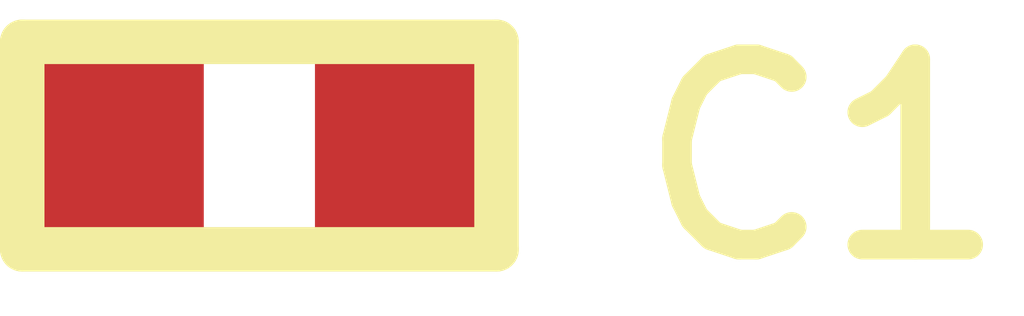
<source format=kicad_pcb>
(kicad_pcb (version 4) (host pcbnew "(2017-01-31 revision 99d7a3579)-4.0")

  (general
    (thickness 1.6)
    (drawings 0)
    (tracks 0)
    (zones 0)
    (modules 1)
    (nets 3)
  )

  (page A4)
  (layers
    (0 F.Cu signal)
    (1 In1.Cu signal)
    (2 In2.Cu signal)
    (31 B.Cu signal)
    (32 B.Adhes user hide)
    (33 F.Adhes user hide)
    (34 B.Paste user hide)
    (35 F.Paste user hide)
    (36 B.SilkS user)
    (37 F.SilkS user)
    (38 B.Mask user hide)
    (39 F.Mask user hide)
    (40 Dwgs.User user)
    (41 Cmts.User user hide)
    (42 Eco1.User user)
    (43 Eco2.User user)
    (44 Edge.Cuts user)
    (45 Margin user)
    (46 B.CrtYd user)
    (47 F.CrtYd user)
    (48 B.Fab user)
    (49 F.Fab user)
  )

  (setup
    (last_trace_width 0.2032)
    (trace_clearance 0.1524)
    (zone_clearance 0.2032)
    (zone_45_only no)
    (trace_min 0.1524)
    (segment_width 0.2)
    (edge_width 0.1)
    (via_size 0.675)
    (via_drill 0.25)
    (via_min_size 0.625)
    (via_min_drill 0.25)
    (uvia_size 0.508)
    (uvia_drill 0.127)
    (uvias_allowed no)
    (uvia_min_size 0.508)
    (uvia_min_drill 0.127)
    (pcb_text_width 0.3)
    (pcb_text_size 1.5 1.5)
    (mod_edge_width 0.15)
    (mod_text_size 1 1)
    (mod_text_width 0.15)
    (pad_size 2.2 2.2)
    (pad_drill 1.5)
    (pad_to_mask_clearance 0)
    (aux_axis_origin 0 0)
    (visible_elements 7FFFFF7F)
    (pcbplotparams
      (layerselection 0x010fc_80000007)
      (usegerberextensions true)
      (excludeedgelayer false)
      (linewidth 0.100000)
      (plotframeref false)
      (viasonmask false)
      (mode 1)
      (useauxorigin false)
      (hpglpennumber 1)
      (hpglpenspeed 20)
      (hpglpendiameter 15)
      (hpglpenoverlay 2)
      (psnegative false)
      (psa4output false)
      (plotreference true)
      (plotvalue true)
      (plotinvisibletext false)
      (padsonsilk false)
      (subtractmaskfromsilk false)
      (outputformat 1)
      (mirror false)
      (drillshape 0)
      (scaleselection 1)
      (outputdirectory /tmp))
  )

  (net 0 "")
  (net 1 "Net-(C1-Pad1)")
  (net 2 "Net-(C1-Pad2)")

  (net_class Default "This is the default net class."
    (clearance 0.1524)
    (trace_width 0.2032)
    (via_dia 0.675)
    (via_drill 0.25)
    (uvia_dia 0.508)
    (uvia_drill 0.127)
    (add_net "Net-(C1-Pad1)")
    (add_net "Net-(C1-Pad2)")
  )

  (net_class 50Ohm ""
    (clearance 0.1524)
    (trace_width 0.5)
    (via_dia 0.675)
    (via_drill 0.25)
    (uvia_dia 0.508)
    (uvia_drill 0.127)
  )

  (net_class High-Power ""
    (clearance 0.1524)
    (trace_width 0.2794)
    (via_dia 0.675)
    (via_drill 0.25)
    (uvia_dia 0.508)
    (uvia_drill 0.127)
  )

  (net_class Power ""
    (clearance 0.1524)
    (trace_width 0.2032)
    (via_dia 0.675)
    (via_drill 0.25)
    (uvia_dia 0.508)
    (uvia_drill 0.127)
  )

  (net_class pull ""
    (clearance 0.1524)
    (trace_width 0.1524)
    (via_dia 0.675)
    (via_drill 0.25)
    (uvia_dia 0.508)
    (uvia_drill 0.127)
  )

  (module passive:0402_C (layer F.Cu) (tedit 566EEB37) (tstamp 58A1B3CA)
    (at 100 100)
    (descr "Generic 0402 footprint, extra small\nused for resistor and capacitor")
    (path /58A1B133/58A1B14A)
    (fp_text reference C1 (at 1.9 0) (layer F.SilkS)
      (effects (font (size 0.625 0.625) (thickness 0.1)))
    )
    (fp_text value C (at 0.1 0.9) (layer F.SilkS) hide
      (effects (font (size 0.625 0.625) (thickness 0.1)))
    )
    (fp_line (start -0.8 -0.4) (end 0.8 -0.4) (layer F.SilkS) (width 0.15))
    (fp_line (start 0.8 -0.4) (end 0.8 0.3) (layer F.SilkS) (width 0.15))
    (fp_line (start 0.8 0.3) (end -0.8 0.3) (layer F.SilkS) (width 0.15))
    (fp_line (start -0.8 0.3) (end -0.8 -0.4) (layer F.SilkS) (width 0.15))
    (fp_line (start -0.35 -0.2) (end 0.35 -0.2) (layer Dwgs.User) (width 0.1))
    (fp_line (start -0.35 0.2) (end 0.35 0.2) (layer Dwgs.User) (width 0.1))
    (fp_poly (pts (xy -0.5 -0.25) (xy -0.5 0.25) (xy -0.15 0.25) (xy -0.15 -0.25)
      (xy -0.5 -0.25)) (layer Dwgs.User) (width 0.15))
    (fp_poly (pts (xy 0.15 -0.25) (xy 0.15 0.25) (xy 0.5 0.25) (xy 0.5 -0.25)
      (xy 0.15 -0.25)) (layer Dwgs.User) (width 0.15))
    (pad 1 smd rect (at -0.5 0) (size 0.625 0.7) (layers F.Cu F.Paste F.Mask)
      (net 1 "Net-(C1-Pad1)"))
    (pad 2 smd rect (at 0.5 0) (size 0.625 0.7) (layers F.Cu F.Paste F.Mask)
      (net 2 "Net-(C1-Pad2)"))
    (model external/kicad-library/modules/packages3d/Capacitors_SMD.3dshapes/C_0402.wrl (offset (xyz 0 0 0))
      (scale (xyz 1 1 1))
      (rotate (xyz 0 0 0))
    )
  )

)

</source>
